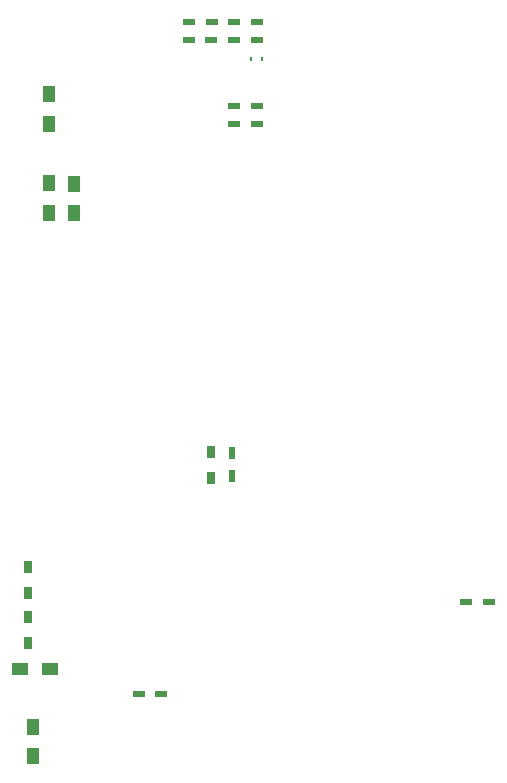
<source format=gbp>
G04 #@! TF.GenerationSoftware,KiCad,Pcbnew,5.0.1*
G04 #@! TF.CreationDate,2018-12-04T21:14:06-05:00*
G04 #@! TF.ProjectId,receiver,72656365697665722E6B696361645F70,rev?*
G04 #@! TF.SameCoordinates,Original*
G04 #@! TF.FileFunction,Paste,Bot*
G04 #@! TF.FilePolarity,Positive*
%FSLAX46Y46*%
G04 Gerber Fmt 4.6, Leading zero omitted, Abs format (unit mm)*
G04 Created by KiCad (PCBNEW 5.0.1) date Tue 04 Dec 2018 09:14:06 PM EST*
%MOMM*%
%LPD*%
G01*
G04 APERTURE LIST*
%ADD10R,1.047600X0.597600*%
%ADD11R,0.597600X1.047600*%
%ADD12R,1.097600X1.347600*%
%ADD13R,1.347600X1.097600*%
%ADD14R,0.247600X0.447600*%
%ADD15R,0.747600X1.047600*%
G04 APERTURE END LIST*
D10*
G04 #@! TO.C,C227*
X71550000Y-173800000D03*
X69650000Y-173800000D03*
G04 #@! TD*
D11*
G04 #@! TO.C,C238*
X49800000Y-163100000D03*
X49800000Y-161200000D03*
G04 #@! TD*
D10*
G04 #@! TO.C,C235*
X41900000Y-181600000D03*
X43800000Y-181600000D03*
G04 #@! TD*
G04 #@! TO.C,C302*
X50000000Y-133300000D03*
X51900000Y-133300000D03*
G04 #@! TD*
G04 #@! TO.C,C309*
X48100000Y-124650000D03*
X46200000Y-124650000D03*
G04 #@! TD*
G04 #@! TO.C,C308*
X46150000Y-126200000D03*
X48050000Y-126200000D03*
G04 #@! TD*
G04 #@! TO.C,C307*
X50000000Y-124650000D03*
X51900000Y-124650000D03*
G04 #@! TD*
G04 #@! TO.C,C305*
X50000000Y-126200000D03*
X51900000Y-126200000D03*
G04 #@! TD*
G04 #@! TO.C,C301*
X51900000Y-131800000D03*
X50000000Y-131800000D03*
G04 #@! TD*
D12*
G04 #@! TO.C,C203*
X33000000Y-184350000D03*
X33000000Y-186850000D03*
G04 #@! TD*
D13*
G04 #@! TO.C,C205*
X31864491Y-179453465D03*
X34364491Y-179453465D03*
G04 #@! TD*
D12*
G04 #@! TO.C,C319*
X34300000Y-130800000D03*
X34300000Y-133300000D03*
G04 #@! TD*
G04 #@! TO.C,C314*
X34358196Y-140809047D03*
X34358196Y-138309047D03*
G04 #@! TD*
G04 #@! TO.C,C315*
X36458196Y-138359047D03*
X36458196Y-140859047D03*
G04 #@! TD*
D14*
G04 #@! TO.C,R311*
X52350000Y-127800000D03*
X51450000Y-127800000D03*
G04 #@! TD*
D15*
G04 #@! TO.C,R209*
X32514491Y-177253465D03*
X32514491Y-175053465D03*
G04 #@! TD*
G04 #@! TO.C,R214*
X32514491Y-173053465D03*
X32514491Y-170853465D03*
G04 #@! TD*
G04 #@! TO.C,R239*
X48050000Y-161050000D03*
X48050000Y-163250000D03*
G04 #@! TD*
M02*

</source>
